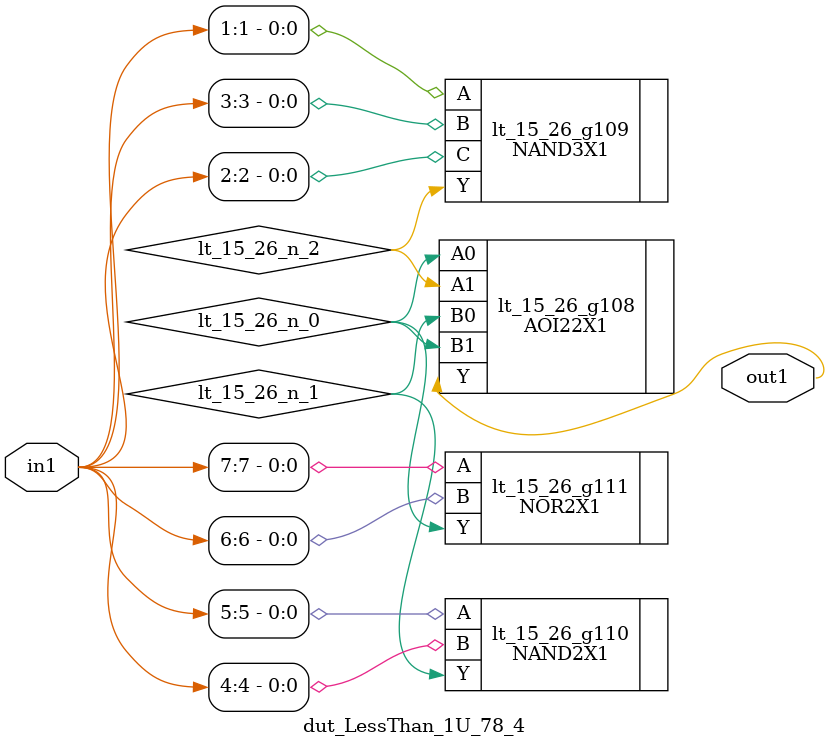
<source format=v>
`timescale 1ps / 1ps


module dut_LessThan_1U_78_4(in1, out1);
  input [7:0] in1;
  output out1;
  wire [7:0] in1;
  wire out1;
  wire lt_15_26_n_0, lt_15_26_n_1, lt_15_26_n_2;
  AOI22X1 lt_15_26_g108(.A0 (lt_15_26_n_0), .A1 (lt_15_26_n_2), .B0
       (lt_15_26_n_1), .B1 (lt_15_26_n_0), .Y (out1));
  NAND3X1 lt_15_26_g109(.A (in1[1]), .B (in1[3]), .C (in1[2]), .Y
       (lt_15_26_n_2));
  NAND2X1 lt_15_26_g110(.A (in1[5]), .B (in1[4]), .Y (lt_15_26_n_1));
  NOR2X1 lt_15_26_g111(.A (in1[7]), .B (in1[6]), .Y (lt_15_26_n_0));
endmodule



</source>
